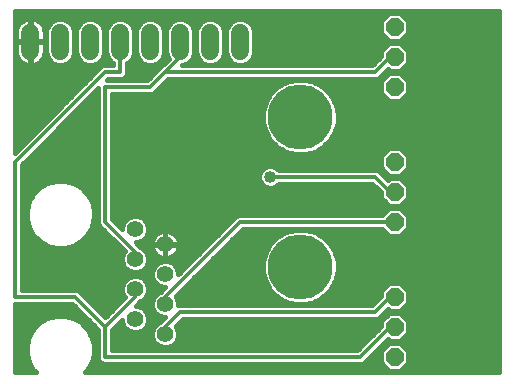
<source format=gbl>
G75*
%MOIN*%
%OFA0B0*%
%FSLAX24Y24*%
%IPPOS*%
%LPD*%
%AMOC8*
5,1,8,0,0,1.08239X$1,22.5*
%
%ADD10C,0.0554*%
%ADD11C,0.0600*%
%ADD12OC8,0.0594*%
%ADD13C,0.0160*%
%ADD14C,0.0140*%
%ADD15C,0.0400*%
%ADD16C,0.2165*%
D10*
X005704Y001930D03*
X004704Y002430D03*
X005704Y002930D03*
X004704Y003430D03*
X005704Y003930D03*
X004704Y004430D03*
X005704Y004930D03*
X004704Y005430D03*
D11*
X005204Y011380D02*
X005204Y011980D01*
X004204Y011980D02*
X004204Y011380D01*
X003204Y011380D02*
X003204Y011980D01*
X002204Y011980D02*
X002204Y011380D01*
X001204Y011380D02*
X001204Y011980D01*
X006204Y011980D02*
X006204Y011380D01*
X007204Y011380D02*
X007204Y011980D01*
X008204Y011980D02*
X008204Y011380D01*
D12*
X013354Y011180D03*
X013354Y012180D03*
X013354Y010180D03*
X013354Y007680D03*
X013354Y006680D03*
X013354Y005680D03*
X013354Y003180D03*
X013354Y002180D03*
X013354Y001180D03*
D13*
X000684Y000660D02*
X000684Y002950D01*
X002609Y002950D01*
X003474Y002085D01*
X003474Y001085D01*
X003609Y000950D01*
X012299Y000950D01*
X013118Y001769D01*
X013165Y001723D01*
X013543Y001723D01*
X013811Y001991D01*
X013811Y002369D01*
X013543Y002637D01*
X013165Y002637D01*
X012897Y002369D01*
X012897Y002198D01*
X012109Y001410D01*
X003934Y001410D01*
X003934Y002085D01*
X004267Y002418D01*
X004267Y002343D01*
X004333Y002182D01*
X004456Y002059D01*
X004617Y001993D01*
X004791Y001993D01*
X004951Y002059D01*
X005074Y002182D01*
X005141Y002343D01*
X005141Y002517D01*
X005074Y002678D01*
X004951Y002801D01*
X004791Y002867D01*
X004716Y002867D01*
X004799Y002950D01*
X004878Y003029D01*
X004951Y003059D01*
X005074Y003182D01*
X005141Y003343D01*
X005141Y003517D01*
X005074Y003678D01*
X004951Y003801D01*
X004791Y003867D01*
X004617Y003867D01*
X004456Y003801D01*
X004333Y003678D01*
X004267Y003517D01*
X004267Y003343D01*
X004333Y003182D01*
X004357Y003159D01*
X003704Y002505D01*
X002799Y003410D01*
X000934Y003410D01*
X000934Y007585D01*
X003474Y010125D01*
X003474Y005585D01*
X003609Y005450D01*
X004357Y004701D01*
X004333Y004678D01*
X004267Y004517D01*
X004267Y004343D01*
X004333Y004182D01*
X004456Y004059D01*
X004617Y003993D01*
X004791Y003993D01*
X004951Y004059D01*
X005074Y004182D01*
X005141Y004343D01*
X005141Y004517D01*
X005074Y004678D01*
X004951Y004801D01*
X004878Y004831D01*
X004799Y004910D01*
X004716Y004993D01*
X004791Y004993D01*
X004951Y005059D01*
X005074Y005182D01*
X005141Y005343D01*
X005141Y005517D01*
X005074Y005678D01*
X004951Y005801D01*
X004791Y005867D01*
X004617Y005867D01*
X004456Y005801D01*
X004333Y005678D01*
X004267Y005517D01*
X004267Y005442D01*
X003934Y005775D01*
X003934Y009950D01*
X005299Y009950D01*
X005799Y010450D01*
X012799Y010450D01*
X012934Y010585D01*
X013118Y010769D01*
X013165Y010723D01*
X013543Y010723D01*
X013811Y010991D01*
X013811Y011369D01*
X013543Y011637D01*
X013165Y011637D01*
X012897Y011369D01*
X012897Y011198D01*
X012609Y010910D01*
X006259Y010910D01*
X006269Y010920D01*
X006295Y010920D01*
X006464Y010990D01*
X006594Y011119D01*
X006664Y011288D01*
X006664Y012071D01*
X006594Y012241D01*
X006464Y012370D01*
X006295Y012440D01*
X006112Y012440D01*
X005943Y012370D01*
X005814Y012241D01*
X005744Y012071D01*
X005744Y011288D01*
X005814Y011119D01*
X005816Y011117D01*
X005609Y010910D01*
X005609Y010910D01*
X005474Y010775D01*
X005109Y010410D01*
X003759Y010410D01*
X003799Y010450D01*
X004299Y010450D01*
X004434Y010585D01*
X004434Y010977D01*
X004464Y010990D01*
X004594Y011119D01*
X004664Y011288D01*
X004664Y012071D01*
X004594Y012241D01*
X004464Y012370D01*
X004295Y012440D01*
X004112Y012440D01*
X003943Y012370D01*
X003814Y012241D01*
X003744Y012071D01*
X003744Y011288D01*
X003814Y011119D01*
X003943Y010990D01*
X003974Y010977D01*
X003974Y010910D01*
X003609Y010910D01*
X000684Y007985D01*
X000684Y012696D01*
X016844Y012696D01*
X016844Y000660D01*
X003018Y000660D01*
X003100Y000742D01*
X003247Y000998D01*
X003324Y001283D01*
X003324Y001577D01*
X003247Y001862D01*
X003100Y002118D01*
X002891Y002326D01*
X002636Y002474D01*
X002351Y002550D01*
X002056Y002550D01*
X001771Y002474D01*
X001516Y002326D01*
X001308Y002118D01*
X001160Y001862D01*
X001084Y001577D01*
X001084Y001283D01*
X001160Y000998D01*
X001308Y000742D01*
X001390Y000660D01*
X000684Y000660D01*
X000684Y000814D02*
X001266Y000814D01*
X001175Y000973D02*
X000684Y000973D01*
X000684Y001131D02*
X001124Y001131D01*
X001084Y001290D02*
X000684Y001290D01*
X000684Y001448D02*
X001084Y001448D01*
X001092Y001607D02*
X000684Y001607D01*
X000684Y001765D02*
X001134Y001765D01*
X001195Y001924D02*
X000684Y001924D01*
X000684Y002082D02*
X001287Y002082D01*
X001430Y002241D02*
X000684Y002241D01*
X000684Y002399D02*
X001642Y002399D01*
X002765Y002399D02*
X003160Y002399D01*
X003318Y002241D02*
X002977Y002241D01*
X003121Y002082D02*
X003474Y002082D01*
X003474Y001924D02*
X003212Y001924D01*
X003274Y001765D02*
X003474Y001765D01*
X003934Y001765D02*
X005299Y001765D01*
X005267Y001843D02*
X005333Y001682D01*
X005456Y001559D01*
X005617Y001493D01*
X005791Y001493D01*
X005951Y001559D01*
X006074Y001682D01*
X006141Y001843D01*
X006141Y002017D01*
X006074Y002178D01*
X006051Y002201D01*
X006299Y002450D01*
X012799Y002450D01*
X013118Y002769D01*
X013165Y002723D01*
X013543Y002723D01*
X013811Y002991D01*
X013811Y003369D01*
X013543Y003637D01*
X013165Y003637D01*
X012897Y003369D01*
X012897Y003198D01*
X012609Y002910D01*
X006141Y002910D01*
X006141Y003017D01*
X006074Y003178D01*
X006051Y003201D01*
X008299Y005450D01*
X012938Y005450D01*
X013165Y005223D01*
X013543Y005223D01*
X013811Y005491D01*
X013811Y005869D01*
X013543Y006137D01*
X013165Y006137D01*
X012938Y005910D01*
X008109Y005910D01*
X007974Y005775D01*
X006141Y003942D01*
X006141Y004017D01*
X006074Y004178D01*
X005951Y004301D01*
X005950Y004301D02*
X006500Y004301D01*
X006658Y004460D02*
X005141Y004460D01*
X005124Y004301D02*
X005457Y004301D01*
X005456Y004301D02*
X005333Y004178D01*
X005267Y004017D01*
X005267Y003843D01*
X005333Y003682D01*
X005456Y003559D01*
X005617Y003493D01*
X005691Y003493D01*
X005609Y003410D01*
X005530Y003331D01*
X005456Y003301D01*
X005333Y003178D01*
X005267Y003017D01*
X005267Y002843D01*
X005333Y002682D01*
X005456Y002559D01*
X005617Y002493D01*
X005691Y002493D01*
X005609Y002410D01*
X005530Y002331D01*
X005456Y002301D01*
X005333Y002178D01*
X005267Y002017D01*
X005267Y001843D01*
X005267Y001924D02*
X003934Y001924D01*
X003934Y002082D02*
X004434Y002082D01*
X004309Y002241D02*
X004090Y002241D01*
X004248Y002399D02*
X004267Y002399D01*
X003756Y002558D02*
X003652Y002558D01*
X003493Y002716D02*
X003915Y002716D01*
X004073Y002875D02*
X003335Y002875D01*
X003176Y003033D02*
X004232Y003033D01*
X004329Y003192D02*
X003018Y003192D01*
X002859Y003350D02*
X004267Y003350D01*
X004267Y003509D02*
X000934Y003509D01*
X000934Y003667D02*
X004329Y003667D01*
X004516Y003826D02*
X000934Y003826D01*
X000934Y003984D02*
X005267Y003984D01*
X005274Y003826D02*
X004891Y003826D01*
X005079Y003667D02*
X005349Y003667D01*
X005141Y003509D02*
X005579Y003509D01*
X005549Y003350D02*
X005141Y003350D01*
X005078Y003192D02*
X005347Y003192D01*
X005273Y003033D02*
X004888Y003033D01*
X004724Y002875D02*
X005267Y002875D01*
X005319Y002716D02*
X005036Y002716D01*
X005124Y002558D02*
X005461Y002558D01*
X005598Y002399D02*
X005141Y002399D01*
X005098Y002241D02*
X005396Y002241D01*
X005294Y002082D02*
X004974Y002082D01*
X006090Y002241D02*
X012897Y002241D01*
X012927Y002399D02*
X006248Y002399D01*
X006114Y002082D02*
X012781Y002082D01*
X012622Y001924D02*
X006141Y001924D01*
X006109Y001765D02*
X012464Y001765D01*
X012305Y001607D02*
X005999Y001607D01*
X005409Y001607D02*
X003934Y001607D01*
X003934Y001448D02*
X012147Y001448D01*
X012639Y001290D02*
X012897Y001290D01*
X012897Y001369D02*
X012897Y000991D01*
X013165Y000723D01*
X013543Y000723D01*
X013811Y000991D01*
X013811Y001369D01*
X013543Y001637D01*
X013165Y001637D01*
X012897Y001369D01*
X012976Y001448D02*
X012797Y001448D01*
X012956Y001607D02*
X013134Y001607D01*
X013573Y001607D02*
X016844Y001607D01*
X016844Y001448D02*
X013732Y001448D01*
X013811Y001290D02*
X016844Y001290D01*
X016844Y001131D02*
X013811Y001131D01*
X013792Y000973D02*
X016844Y000973D01*
X016844Y000814D02*
X013634Y000814D01*
X013074Y000814D02*
X003141Y000814D01*
X003233Y000973D02*
X003586Y000973D01*
X003474Y001131D02*
X003283Y001131D01*
X003324Y001290D02*
X003474Y001290D01*
X003474Y001448D02*
X003324Y001448D01*
X003316Y001607D02*
X003474Y001607D01*
X003001Y002558D02*
X000684Y002558D01*
X000684Y002716D02*
X002843Y002716D01*
X002684Y002875D02*
X000684Y002875D01*
X000934Y004143D02*
X004373Y004143D01*
X004284Y004301D02*
X000934Y004301D01*
X000934Y004460D02*
X004267Y004460D01*
X004308Y004618D02*
X000934Y004618D01*
X000934Y004777D02*
X004282Y004777D01*
X004124Y004935D02*
X002720Y004935D01*
X002636Y004886D02*
X002891Y005034D01*
X003100Y005242D01*
X003247Y005498D01*
X003324Y005783D01*
X003324Y006077D01*
X003247Y006362D01*
X003100Y006618D01*
X002891Y006826D01*
X002636Y006974D01*
X002351Y007050D01*
X002056Y007050D01*
X001771Y006974D01*
X001516Y006826D01*
X001308Y006618D01*
X001160Y006362D01*
X001084Y006077D01*
X001084Y005783D01*
X001160Y005498D01*
X001308Y005242D01*
X001516Y005034D01*
X001771Y004886D01*
X002056Y004810D01*
X002351Y004810D01*
X002636Y004886D01*
X002951Y005094D02*
X003965Y005094D01*
X003807Y005252D02*
X003106Y005252D01*
X003197Y005411D02*
X003648Y005411D01*
X003490Y005569D02*
X003267Y005569D01*
X003309Y005728D02*
X003474Y005728D01*
X003474Y005886D02*
X003324Y005886D01*
X003934Y005886D02*
X008085Y005886D01*
X007926Y005728D02*
X005025Y005728D01*
X005119Y005569D02*
X007768Y005569D01*
X007609Y005411D02*
X005141Y005411D01*
X005103Y005252D02*
X005379Y005252D01*
X005355Y005228D02*
X005406Y005279D01*
X005464Y005321D01*
X005528Y005354D01*
X005597Y005376D01*
X005668Y005387D01*
X005695Y005387D01*
X005695Y004939D01*
X005712Y004939D01*
X005712Y005387D01*
X005740Y005387D01*
X005811Y005376D01*
X005879Y005354D01*
X005943Y005321D01*
X006002Y005279D01*
X006052Y005228D01*
X006095Y005170D01*
X006127Y005105D01*
X006150Y005037D01*
X006161Y004966D01*
X006161Y004939D01*
X005712Y004939D01*
X005712Y004921D01*
X005712Y004473D01*
X005740Y004473D01*
X005811Y004484D01*
X005879Y004506D01*
X005943Y004539D01*
X006002Y004581D01*
X006052Y004632D01*
X006095Y004690D01*
X006127Y004755D01*
X006150Y004823D01*
X006161Y004894D01*
X006161Y004921D01*
X005712Y004921D01*
X005695Y004921D01*
X005695Y004473D01*
X005668Y004473D01*
X005597Y004484D01*
X005528Y004506D01*
X005464Y004539D01*
X005406Y004581D01*
X005355Y004632D01*
X005313Y004690D01*
X005280Y004755D01*
X005258Y004823D01*
X005247Y004894D01*
X005247Y004921D01*
X005695Y004921D01*
X005695Y004939D01*
X005247Y004939D01*
X005247Y004966D01*
X005258Y005037D01*
X005280Y005105D01*
X005313Y005170D01*
X005355Y005228D01*
X005276Y005094D02*
X004986Y005094D01*
X004799Y004910D02*
X004799Y004910D01*
X004774Y004935D02*
X005695Y004935D01*
X005712Y004935D02*
X007134Y004935D01*
X007292Y005094D02*
X006131Y005094D01*
X006028Y005252D02*
X007451Y005252D01*
X008101Y005252D02*
X009575Y005252D01*
X009441Y005174D02*
X009724Y005338D01*
X010040Y005423D01*
X010367Y005423D01*
X010683Y005338D01*
X010967Y005174D01*
X011198Y004943D01*
X011362Y004660D01*
X011446Y004344D01*
X011446Y004016D01*
X011362Y003700D01*
X011198Y003417D01*
X010967Y003186D01*
X010683Y003022D01*
X010367Y002937D01*
X010040Y002937D01*
X009724Y003022D01*
X009441Y003186D01*
X009209Y003417D01*
X009046Y003700D01*
X008961Y004016D01*
X008961Y004344D01*
X009046Y004660D01*
X009209Y004943D01*
X009441Y005174D01*
X009360Y005094D02*
X007943Y005094D01*
X007784Y004935D02*
X009205Y004935D01*
X009113Y004777D02*
X007626Y004777D01*
X007467Y004618D02*
X009035Y004618D01*
X008992Y004460D02*
X007309Y004460D01*
X007150Y004301D02*
X008961Y004301D01*
X008961Y004143D02*
X006992Y004143D01*
X006833Y003984D02*
X008970Y003984D01*
X009012Y003826D02*
X006675Y003826D01*
X006516Y003667D02*
X009065Y003667D01*
X009157Y003509D02*
X006358Y003509D01*
X006199Y003350D02*
X009276Y003350D01*
X009435Y003192D02*
X006061Y003192D01*
X006134Y003033D02*
X009705Y003033D01*
X010702Y003033D02*
X012732Y003033D01*
X012890Y003192D02*
X010973Y003192D01*
X011131Y003350D02*
X012897Y003350D01*
X013036Y003509D02*
X011251Y003509D01*
X011343Y003667D02*
X016844Y003667D01*
X016844Y003509D02*
X013671Y003509D01*
X013811Y003350D02*
X016844Y003350D01*
X016844Y003192D02*
X013811Y003192D01*
X013811Y003033D02*
X016844Y003033D01*
X016844Y002875D02*
X013694Y002875D01*
X013065Y002716D02*
X016844Y002716D01*
X016844Y002558D02*
X013622Y002558D01*
X013085Y002558D02*
X012907Y002558D01*
X013781Y002399D02*
X016844Y002399D01*
X016844Y002241D02*
X013811Y002241D01*
X013811Y002082D02*
X016844Y002082D01*
X016844Y001924D02*
X013743Y001924D01*
X013585Y001765D02*
X016844Y001765D01*
X013123Y001765D02*
X013114Y001765D01*
X012897Y001131D02*
X012480Y001131D01*
X012322Y000973D02*
X012915Y000973D01*
X011395Y003826D02*
X016844Y003826D01*
X016844Y003984D02*
X011438Y003984D01*
X011446Y004143D02*
X016844Y004143D01*
X016844Y004301D02*
X011446Y004301D01*
X011415Y004460D02*
X016844Y004460D01*
X016844Y004618D02*
X011373Y004618D01*
X011294Y004777D02*
X016844Y004777D01*
X016844Y004935D02*
X011203Y004935D01*
X011048Y005094D02*
X016844Y005094D01*
X016844Y005252D02*
X013572Y005252D01*
X013730Y005411D02*
X016844Y005411D01*
X016844Y005569D02*
X013811Y005569D01*
X013811Y005728D02*
X016844Y005728D01*
X016844Y005886D02*
X013794Y005886D01*
X013635Y006045D02*
X016844Y006045D01*
X016844Y006203D02*
X003934Y006203D01*
X003934Y006045D02*
X013072Y006045D01*
X013165Y006223D02*
X013543Y006223D01*
X013811Y006491D01*
X013811Y006869D01*
X013543Y007137D01*
X013165Y007137D01*
X013118Y007091D01*
X012934Y007275D01*
X012799Y007410D01*
X009483Y007410D01*
X009408Y007485D01*
X009275Y007540D01*
X009132Y007540D01*
X009000Y007485D01*
X008899Y007384D01*
X008844Y007252D01*
X008844Y007108D01*
X008899Y006976D01*
X009000Y006875D01*
X009132Y006820D01*
X009275Y006820D01*
X009408Y006875D01*
X009483Y006950D01*
X012609Y006950D01*
X012897Y006662D01*
X012897Y006491D01*
X013165Y006223D01*
X013026Y006362D02*
X003934Y006362D01*
X003934Y006520D02*
X012897Y006520D01*
X012880Y006679D02*
X003934Y006679D01*
X003934Y006837D02*
X009091Y006837D01*
X009316Y006837D02*
X012721Y006837D01*
X013684Y006996D02*
X016844Y006996D01*
X016844Y007154D02*
X013055Y007154D01*
X013165Y007223D02*
X013543Y007223D01*
X013811Y007491D01*
X013811Y007869D01*
X013543Y008137D01*
X013165Y008137D01*
X012897Y007869D01*
X012897Y007491D01*
X013165Y007223D01*
X013075Y007313D02*
X012897Y007313D01*
X012917Y007471D02*
X009422Y007471D01*
X008986Y007471D02*
X003934Y007471D01*
X003934Y007313D02*
X008869Y007313D01*
X008844Y007154D02*
X003934Y007154D01*
X003934Y006996D02*
X008891Y006996D01*
X009441Y008186D02*
X009724Y008022D01*
X010040Y007937D01*
X010367Y007937D01*
X010683Y008022D01*
X010967Y008186D01*
X011198Y008417D01*
X011362Y008700D01*
X011446Y009016D01*
X011446Y009344D01*
X011362Y009660D01*
X011198Y009943D01*
X010967Y010174D01*
X010683Y010338D01*
X010367Y010423D01*
X010040Y010423D01*
X009724Y010338D01*
X009441Y010174D01*
X009209Y009943D01*
X009046Y009660D01*
X008961Y009344D01*
X008961Y009016D01*
X009046Y008700D01*
X009209Y008417D01*
X009441Y008186D01*
X009363Y008264D02*
X003934Y008264D01*
X003934Y008422D02*
X009206Y008422D01*
X009115Y008581D02*
X003934Y008581D01*
X003474Y008581D02*
X001930Y008581D01*
X001771Y008422D02*
X003474Y008422D01*
X003474Y008264D02*
X001613Y008264D01*
X001454Y008105D02*
X003474Y008105D01*
X003474Y007947D02*
X001296Y007947D01*
X001137Y007788D02*
X003474Y007788D01*
X003934Y007788D02*
X012897Y007788D01*
X012974Y007947D02*
X010402Y007947D01*
X010006Y007947D02*
X003934Y007947D01*
X003934Y008105D02*
X009580Y008105D01*
X010827Y008105D02*
X013133Y008105D01*
X013575Y008105D02*
X016844Y008105D01*
X016844Y007947D02*
X013733Y007947D01*
X013811Y007788D02*
X016844Y007788D01*
X016844Y007630D02*
X013811Y007630D01*
X013791Y007471D02*
X016844Y007471D01*
X016844Y007313D02*
X013632Y007313D01*
X012897Y007630D02*
X003934Y007630D01*
X003474Y007630D02*
X000979Y007630D01*
X000934Y007471D02*
X003474Y007471D01*
X003474Y007313D02*
X000934Y007313D01*
X000934Y007154D02*
X003474Y007154D01*
X003474Y006996D02*
X002555Y006996D01*
X002873Y006837D02*
X003474Y006837D01*
X003474Y006679D02*
X003039Y006679D01*
X003156Y006520D02*
X003474Y006520D01*
X003474Y006362D02*
X003248Y006362D01*
X003290Y006203D02*
X003474Y006203D01*
X003474Y006045D02*
X003324Y006045D01*
X003982Y005728D02*
X004383Y005728D01*
X004288Y005569D02*
X004140Y005569D01*
X005695Y005252D02*
X005712Y005252D01*
X005695Y005094D02*
X005712Y005094D01*
X005695Y004777D02*
X005712Y004777D01*
X005695Y004618D02*
X005712Y004618D01*
X006038Y004618D02*
X006817Y004618D01*
X006975Y004777D02*
X006135Y004777D01*
X005369Y004618D02*
X005099Y004618D01*
X004976Y004777D02*
X005273Y004777D01*
X005456Y004301D02*
X005617Y004367D01*
X005791Y004367D01*
X005951Y004301D01*
X006089Y004143D02*
X006341Y004143D01*
X006183Y003984D02*
X006141Y003984D01*
X005319Y004143D02*
X005035Y004143D01*
X001687Y004935D02*
X000934Y004935D01*
X000934Y005094D02*
X001456Y005094D01*
X001302Y005252D02*
X000934Y005252D01*
X000934Y005411D02*
X001210Y005411D01*
X001141Y005569D02*
X000934Y005569D01*
X000934Y005728D02*
X001099Y005728D01*
X001084Y005886D02*
X000934Y005886D01*
X000934Y006045D02*
X001084Y006045D01*
X001117Y006203D02*
X000934Y006203D01*
X000934Y006362D02*
X001160Y006362D01*
X001251Y006520D02*
X000934Y006520D01*
X000934Y006679D02*
X001368Y006679D01*
X001535Y006837D02*
X000934Y006837D01*
X000934Y006996D02*
X001853Y006996D01*
X000804Y008105D02*
X000684Y008105D01*
X000684Y008264D02*
X000962Y008264D01*
X001121Y008422D02*
X000684Y008422D01*
X000684Y008581D02*
X001279Y008581D01*
X001438Y008739D02*
X000684Y008739D01*
X000684Y008898D02*
X001596Y008898D01*
X001755Y009056D02*
X000684Y009056D01*
X000684Y009215D02*
X001913Y009215D01*
X002072Y009373D02*
X000684Y009373D01*
X000684Y009532D02*
X002230Y009532D01*
X002389Y009690D02*
X000684Y009690D01*
X000684Y009849D02*
X002547Y009849D01*
X002706Y010007D02*
X000684Y010007D01*
X000684Y010166D02*
X002864Y010166D01*
X003023Y010324D02*
X000684Y010324D01*
X000684Y010483D02*
X003181Y010483D01*
X003340Y010641D02*
X000684Y010641D01*
X000684Y010800D02*
X003498Y010800D01*
X003464Y010990D02*
X003594Y011119D01*
X003664Y011288D01*
X003664Y012071D01*
X003594Y012241D01*
X003464Y012370D01*
X003295Y012440D01*
X003112Y012440D01*
X002943Y012370D01*
X002814Y012241D01*
X002744Y012071D01*
X002744Y011288D01*
X002814Y011119D01*
X002943Y010990D01*
X003112Y010920D01*
X003295Y010920D01*
X003464Y010990D01*
X003387Y010958D02*
X003974Y010958D01*
X003817Y011117D02*
X003591Y011117D01*
X003020Y010958D02*
X002387Y010958D01*
X002464Y010990D02*
X002295Y010920D01*
X002112Y010920D01*
X001943Y010990D01*
X001814Y011119D01*
X001744Y011288D01*
X001744Y012071D01*
X001814Y012241D01*
X001943Y012370D01*
X002112Y012440D01*
X002295Y012440D01*
X002464Y012370D01*
X002594Y012241D01*
X002664Y012071D01*
X002664Y011288D01*
X002594Y011119D01*
X002464Y010990D01*
X002591Y011117D02*
X002817Y011117D01*
X002749Y011275D02*
X002658Y011275D01*
X002664Y011434D02*
X002744Y011434D01*
X002744Y011592D02*
X002664Y011592D01*
X002664Y011751D02*
X002744Y011751D01*
X002744Y011909D02*
X002664Y011909D01*
X002664Y012068D02*
X002744Y012068D01*
X002808Y012226D02*
X002600Y012226D01*
X002429Y012385D02*
X002978Y012385D01*
X003429Y012385D02*
X003978Y012385D01*
X003808Y012226D02*
X003600Y012226D01*
X003664Y012068D02*
X003744Y012068D01*
X003744Y011909D02*
X003664Y011909D01*
X003664Y011751D02*
X003744Y011751D01*
X003744Y011592D02*
X003664Y011592D01*
X003664Y011434D02*
X003744Y011434D01*
X003749Y011275D02*
X003658Y011275D01*
X004434Y010958D02*
X005020Y010958D01*
X004943Y010990D02*
X005112Y010920D01*
X005295Y010920D01*
X005464Y010990D01*
X005594Y011119D01*
X005664Y011288D01*
X005664Y012071D01*
X005594Y012241D01*
X005464Y012370D01*
X005295Y012440D01*
X005112Y012440D01*
X004943Y012370D01*
X004814Y012241D01*
X004744Y012071D01*
X004744Y011288D01*
X004814Y011119D01*
X004943Y010990D01*
X004817Y011117D02*
X004591Y011117D01*
X004658Y011275D02*
X004749Y011275D01*
X004744Y011434D02*
X004664Y011434D01*
X004664Y011592D02*
X004744Y011592D01*
X004744Y011751D02*
X004664Y011751D01*
X004664Y011909D02*
X004744Y011909D01*
X004744Y012068D02*
X004664Y012068D01*
X004600Y012226D02*
X004808Y012226D01*
X004978Y012385D02*
X004429Y012385D01*
X005429Y012385D02*
X005978Y012385D01*
X005808Y012226D02*
X005600Y012226D01*
X005664Y012068D02*
X005744Y012068D01*
X005744Y011909D02*
X005664Y011909D01*
X005664Y011751D02*
X005744Y011751D01*
X005744Y011592D02*
X005664Y011592D01*
X005664Y011434D02*
X005744Y011434D01*
X005749Y011275D02*
X005658Y011275D01*
X005591Y011117D02*
X005815Y011117D01*
X005657Y010958D02*
X005387Y010958D01*
X005498Y010800D02*
X004434Y010800D01*
X004434Y010641D02*
X005340Y010641D01*
X005474Y010775D02*
X005474Y010775D01*
X005181Y010483D02*
X004332Y010483D01*
X005515Y010166D02*
X009432Y010166D01*
X009273Y010007D02*
X005356Y010007D01*
X005673Y010324D02*
X009700Y010324D01*
X009155Y009849D02*
X003934Y009849D01*
X003934Y009690D02*
X009063Y009690D01*
X009011Y009532D02*
X003934Y009532D01*
X003474Y009532D02*
X002881Y009532D01*
X003039Y009690D02*
X003474Y009690D01*
X003474Y009849D02*
X003198Y009849D01*
X003356Y010007D02*
X003474Y010007D01*
X003474Y009373D02*
X002722Y009373D01*
X002564Y009215D02*
X003474Y009215D01*
X003474Y009056D02*
X002405Y009056D01*
X002247Y008898D02*
X003474Y008898D01*
X003474Y008739D02*
X002088Y008739D01*
X003934Y008739D02*
X009035Y008739D01*
X008993Y008898D02*
X003934Y008898D01*
X003934Y009056D02*
X008961Y009056D01*
X008961Y009215D02*
X003934Y009215D01*
X003934Y009373D02*
X008969Y009373D01*
X010976Y010166D02*
X012897Y010166D01*
X012897Y010324D02*
X010708Y010324D01*
X011134Y010007D02*
X012897Y010007D01*
X012897Y009991D02*
X013165Y009723D01*
X013543Y009723D01*
X013811Y009991D01*
X013811Y010369D01*
X013543Y010637D01*
X013165Y010637D01*
X012897Y010369D01*
X012897Y009991D01*
X013039Y009849D02*
X011253Y009849D01*
X011344Y009690D02*
X016844Y009690D01*
X016844Y009532D02*
X011396Y009532D01*
X011439Y009373D02*
X016844Y009373D01*
X016844Y009215D02*
X011446Y009215D01*
X011446Y009056D02*
X016844Y009056D01*
X016844Y008898D02*
X011415Y008898D01*
X011372Y008739D02*
X016844Y008739D01*
X016844Y008581D02*
X011293Y008581D01*
X011201Y008422D02*
X016844Y008422D01*
X016844Y008264D02*
X011045Y008264D01*
X013811Y006837D02*
X016844Y006837D01*
X016844Y006679D02*
X013811Y006679D01*
X013811Y006520D02*
X016844Y006520D01*
X016844Y006362D02*
X013681Y006362D01*
X012977Y005411D02*
X010413Y005411D01*
X009995Y005411D02*
X008260Y005411D01*
X010832Y005252D02*
X013136Y005252D01*
X013668Y009849D02*
X016844Y009849D01*
X016844Y010007D02*
X013811Y010007D01*
X013811Y010166D02*
X016844Y010166D01*
X016844Y010324D02*
X013811Y010324D01*
X013697Y010483D02*
X016844Y010483D01*
X016844Y010641D02*
X012990Y010641D01*
X013010Y010483D02*
X012832Y010483D01*
X013619Y010800D02*
X016844Y010800D01*
X016844Y010958D02*
X013778Y010958D01*
X013811Y011117D02*
X016844Y011117D01*
X016844Y011275D02*
X013811Y011275D01*
X013746Y011434D02*
X016844Y011434D01*
X016844Y011592D02*
X013588Y011592D01*
X013543Y011723D02*
X013165Y011723D01*
X012897Y011991D01*
X012897Y012369D01*
X013165Y012637D01*
X013543Y012637D01*
X013811Y012369D01*
X013811Y011991D01*
X013543Y011723D01*
X013570Y011751D02*
X016844Y011751D01*
X016844Y011909D02*
X013729Y011909D01*
X013811Y012068D02*
X016844Y012068D01*
X016844Y012226D02*
X013811Y012226D01*
X013795Y012385D02*
X016844Y012385D01*
X016844Y012543D02*
X013637Y012543D01*
X013071Y012543D02*
X000684Y012543D01*
X000684Y012385D02*
X000944Y012385D01*
X000952Y012391D02*
X000891Y012346D01*
X000838Y012293D01*
X000793Y012232D01*
X000759Y012164D01*
X000736Y012092D01*
X000724Y012018D01*
X000724Y011700D01*
X001184Y011700D01*
X001184Y012460D01*
X001166Y012460D01*
X001091Y012448D01*
X001020Y012425D01*
X000952Y012391D01*
X000790Y012226D02*
X000684Y012226D01*
X001184Y012226D02*
X001224Y012226D01*
X001224Y012385D02*
X001184Y012385D01*
X001224Y012460D02*
X001224Y011700D01*
X001684Y011700D01*
X001684Y012018D01*
X001672Y012092D01*
X001649Y012164D01*
X001614Y012232D01*
X001570Y012293D01*
X001516Y012346D01*
X001455Y012391D01*
X001388Y012425D01*
X001316Y012448D01*
X001242Y012460D01*
X001224Y012460D01*
X001464Y012385D02*
X001978Y012385D01*
X001808Y012226D02*
X001617Y012226D01*
X001676Y012068D02*
X001744Y012068D01*
X001744Y011909D02*
X001684Y011909D01*
X001684Y011751D02*
X001744Y011751D01*
X001684Y011660D02*
X001224Y011660D01*
X001224Y011700D01*
X001184Y011700D01*
X001184Y011660D01*
X001224Y011660D01*
X001224Y010900D01*
X001242Y010900D01*
X001316Y010912D01*
X001388Y010935D01*
X001455Y010969D01*
X001516Y011014D01*
X001570Y011067D01*
X001614Y011128D01*
X001649Y011196D01*
X001672Y011268D01*
X001684Y011342D01*
X001684Y011660D01*
X001684Y011592D02*
X001744Y011592D01*
X001744Y011434D02*
X001684Y011434D01*
X001673Y011275D02*
X001749Y011275D01*
X001817Y011117D02*
X001606Y011117D01*
X001433Y010958D02*
X002020Y010958D01*
X001224Y010958D02*
X001184Y010958D01*
X001184Y010900D02*
X001184Y011660D01*
X000724Y011660D01*
X000724Y011342D01*
X000736Y011268D01*
X000759Y011196D01*
X000793Y011128D01*
X000838Y011067D01*
X000891Y011014D01*
X000952Y010969D01*
X001020Y010935D01*
X001091Y010912D01*
X001166Y010900D01*
X001184Y010900D01*
X001184Y011117D02*
X001224Y011117D01*
X000975Y010958D02*
X000684Y010958D01*
X000684Y011117D02*
X000802Y011117D01*
X000734Y011275D02*
X000684Y011275D01*
X000684Y011434D02*
X000724Y011434D01*
X000724Y011592D02*
X000684Y011592D01*
X000684Y011751D02*
X000724Y011751D01*
X000724Y011909D02*
X000684Y011909D01*
X000684Y012068D02*
X000732Y012068D01*
X001184Y012068D02*
X001224Y012068D01*
X001224Y011909D02*
X001184Y011909D01*
X001184Y011751D02*
X001224Y011751D01*
X001224Y011592D02*
X001184Y011592D01*
X001184Y011434D02*
X001224Y011434D01*
X001224Y011275D02*
X001184Y011275D01*
X006387Y010958D02*
X007020Y010958D01*
X006943Y010990D02*
X007112Y010920D01*
X007295Y010920D01*
X007464Y010990D01*
X007594Y011119D01*
X007664Y011288D01*
X007664Y012071D01*
X007594Y012241D01*
X007464Y012370D01*
X007295Y012440D01*
X007112Y012440D01*
X006943Y012370D01*
X006814Y012241D01*
X006744Y012071D01*
X006744Y011288D01*
X006814Y011119D01*
X006943Y010990D01*
X006817Y011117D02*
X006591Y011117D01*
X006658Y011275D02*
X006749Y011275D01*
X006744Y011434D02*
X006664Y011434D01*
X006664Y011592D02*
X006744Y011592D01*
X006744Y011751D02*
X006664Y011751D01*
X006664Y011909D02*
X006744Y011909D01*
X006744Y012068D02*
X006664Y012068D01*
X006600Y012226D02*
X006808Y012226D01*
X006978Y012385D02*
X006429Y012385D01*
X007429Y012385D02*
X007978Y012385D01*
X007943Y012370D02*
X007814Y012241D01*
X007744Y012071D01*
X007744Y011288D01*
X007814Y011119D01*
X007943Y010990D01*
X008112Y010920D01*
X008295Y010920D01*
X008464Y010990D01*
X008594Y011119D01*
X008664Y011288D01*
X008664Y012071D01*
X008594Y012241D01*
X008464Y012370D01*
X008295Y012440D01*
X008112Y012440D01*
X007943Y012370D01*
X007808Y012226D02*
X007600Y012226D01*
X007664Y012068D02*
X007744Y012068D01*
X007744Y011909D02*
X007664Y011909D01*
X007664Y011751D02*
X007744Y011751D01*
X007744Y011592D02*
X007664Y011592D01*
X007664Y011434D02*
X007744Y011434D01*
X007749Y011275D02*
X007658Y011275D01*
X007591Y011117D02*
X007817Y011117D01*
X008020Y010958D02*
X007387Y010958D01*
X008387Y010958D02*
X012657Y010958D01*
X012815Y011117D02*
X008591Y011117D01*
X008658Y011275D02*
X012897Y011275D01*
X012961Y011434D02*
X008664Y011434D01*
X008664Y011592D02*
X013120Y011592D01*
X013137Y011751D02*
X008664Y011751D01*
X008664Y011909D02*
X012979Y011909D01*
X012897Y012068D02*
X008664Y012068D01*
X008600Y012226D02*
X012897Y012226D01*
X012912Y012385D02*
X008429Y012385D01*
D14*
X006204Y011680D02*
X006204Y011180D01*
X005704Y010680D01*
X012704Y010680D01*
X013204Y011180D01*
X013354Y011180D01*
X005704Y010680D02*
X005204Y010180D01*
X003704Y010180D01*
X003704Y005680D01*
X004704Y004680D01*
X004704Y004430D01*
X004704Y003430D02*
X004704Y003180D01*
X003704Y002180D01*
X002704Y003180D01*
X000704Y003180D01*
X000704Y007680D01*
X003704Y010680D01*
X004204Y010680D01*
X004204Y011680D01*
X009204Y007180D02*
X012704Y007180D01*
X013204Y006680D01*
X013354Y006680D01*
X013354Y005680D02*
X008204Y005680D01*
X005704Y003180D01*
X005704Y002930D01*
X006204Y002680D02*
X012704Y002680D01*
X013204Y003180D01*
X013354Y003180D01*
X013354Y002180D02*
X013204Y002180D01*
X012204Y001180D01*
X003704Y001180D01*
X003704Y002180D01*
X005704Y002180D02*
X005704Y001930D01*
X005704Y002180D02*
X006204Y002680D01*
D15*
X009204Y007180D03*
D16*
X010204Y009180D03*
X010204Y004180D03*
M02*

</source>
